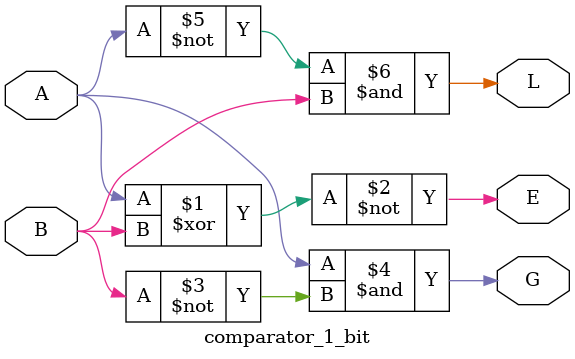
<source format=sv>
module comparator_1_bit(A,B,E,G,L);
  input A,B;
  output E,G,L;
  
  assign E = ~(A^B);
  assign G = A & ~B;
  assign L = ~A & B;
  
endmodule

</source>
